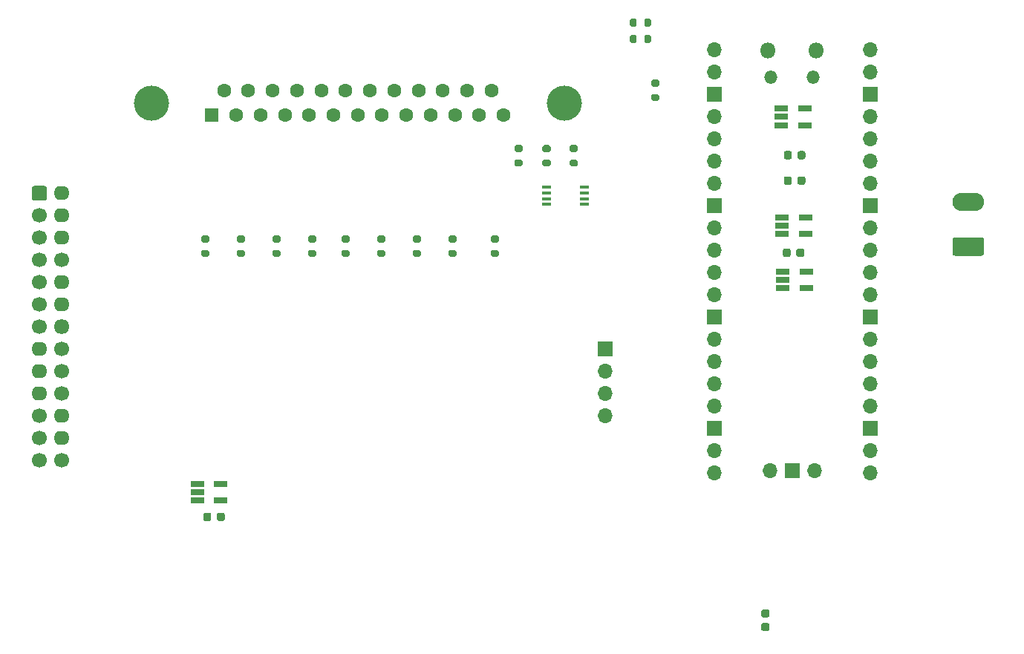
<source format=gbr>
%TF.GenerationSoftware,KiCad,Pcbnew,(5.1.10)-1*%
%TF.CreationDate,2021-08-27T13:44:28+02:00*%
%TF.ProjectId,Pico-profile,5069636f-2d70-4726-9f66-696c652e6b69,rev?*%
%TF.SameCoordinates,Original*%
%TF.FileFunction,Soldermask,Bot*%
%TF.FilePolarity,Negative*%
%FSLAX46Y46*%
G04 Gerber Fmt 4.6, Leading zero omitted, Abs format (unit mm)*
G04 Created by KiCad (PCBNEW (5.1.10)-1) date 2021-08-27 13:44:28*
%MOMM*%
%LPD*%
G01*
G04 APERTURE LIST*
%ADD10O,3.600000X2.080000*%
%ADD11R,1.560000X0.650000*%
%ADD12C,1.700000*%
%ADD13O,1.800000X1.600000*%
%ADD14O,1.800000X1.650000*%
%ADD15C,4.000000*%
%ADD16C,1.600000*%
%ADD17R,1.600000X1.600000*%
%ADD18O,1.700000X1.700000*%
%ADD19R,1.700000X1.700000*%
%ADD20O,1.500000X1.500000*%
%ADD21O,1.800000X1.800000*%
%ADD22R,1.100000X0.400000*%
G04 APERTURE END LIST*
%TO.C,R19*%
G36*
G01*
X176001000Y-64242000D02*
X176551000Y-64242000D01*
G75*
G02*
X176751000Y-64442000I0J-200000D01*
G01*
X176751000Y-64842000D01*
G75*
G02*
X176551000Y-65042000I-200000J0D01*
G01*
X176001000Y-65042000D01*
G75*
G02*
X175801000Y-64842000I0J200000D01*
G01*
X175801000Y-64442000D01*
G75*
G02*
X176001000Y-64242000I200000J0D01*
G01*
G37*
G36*
G01*
X176001000Y-62592000D02*
X176551000Y-62592000D01*
G75*
G02*
X176751000Y-62792000I0J-200000D01*
G01*
X176751000Y-63192000D01*
G75*
G02*
X176551000Y-63392000I-200000J0D01*
G01*
X176001000Y-63392000D01*
G75*
G02*
X175801000Y-63192000I0J200000D01*
G01*
X175801000Y-62792000D01*
G75*
G02*
X176001000Y-62592000I200000J0D01*
G01*
G37*
%TD*%
D10*
%TO.C,J5*%
X211957920Y-76565760D03*
G36*
G01*
X213507921Y-82685760D02*
X210407919Y-82685760D01*
G75*
G02*
X210157920Y-82435761I0J249999D01*
G01*
X210157920Y-80855759D01*
G75*
G02*
X210407919Y-80605760I249999J0D01*
G01*
X213507921Y-80605760D01*
G75*
G02*
X213757920Y-80855759I0J-249999D01*
G01*
X213757920Y-82435761D01*
G75*
G02*
X213507921Y-82685760I-249999J0D01*
G01*
G37*
%TD*%
%TO.C,R14*%
G36*
G01*
X163605800Y-71709600D02*
X164155800Y-71709600D01*
G75*
G02*
X164355800Y-71909600I0J-200000D01*
G01*
X164355800Y-72309600D01*
G75*
G02*
X164155800Y-72509600I-200000J0D01*
G01*
X163605800Y-72509600D01*
G75*
G02*
X163405800Y-72309600I0J200000D01*
G01*
X163405800Y-71909600D01*
G75*
G02*
X163605800Y-71709600I200000J0D01*
G01*
G37*
G36*
G01*
X163605800Y-70059600D02*
X164155800Y-70059600D01*
G75*
G02*
X164355800Y-70259600I0J-200000D01*
G01*
X164355800Y-70659600D01*
G75*
G02*
X164155800Y-70859600I-200000J0D01*
G01*
X163605800Y-70859600D01*
G75*
G02*
X163405800Y-70659600I0J200000D01*
G01*
X163405800Y-70259600D01*
G75*
G02*
X163605800Y-70059600I200000J0D01*
G01*
G37*
%TD*%
D11*
%TO.C,U9*%
X193344800Y-67787600D03*
X193344800Y-65887600D03*
X190644800Y-65887600D03*
X190644800Y-66837600D03*
X190644800Y-67787600D03*
%TD*%
D12*
%TO.C,J1*%
X108585000Y-106045000D03*
D13*
X108585000Y-103505000D03*
X108585000Y-100965000D03*
D12*
X108585000Y-98425000D03*
X108585000Y-95885000D03*
X108585000Y-93345000D03*
D14*
X108585000Y-90805000D03*
D13*
X108585000Y-88265000D03*
X108585000Y-85725000D03*
D12*
X108585000Y-83185000D03*
D13*
X108585000Y-80645000D03*
X108585000Y-78105000D03*
X108585000Y-75565000D03*
D12*
X106045000Y-106045000D03*
X106045000Y-103505000D03*
X106045000Y-100965000D03*
D13*
X106045000Y-98425000D03*
X106045000Y-95885000D03*
X106045000Y-93345000D03*
D12*
X106045000Y-90805000D03*
X106045000Y-88265000D03*
X106045000Y-85725000D03*
X106045000Y-83185000D03*
X106045000Y-80645000D03*
X106045000Y-78105000D03*
G36*
G01*
X105195000Y-76165000D02*
X105195000Y-74965000D01*
G75*
G02*
X105445000Y-74715000I250000J0D01*
G01*
X106645000Y-74715000D01*
G75*
G02*
X106895000Y-74965000I0J-250000D01*
G01*
X106895000Y-76165000D01*
G75*
G02*
X106645000Y-76415000I-250000J0D01*
G01*
X105445000Y-76415000D01*
G75*
G02*
X105195000Y-76165000I0J250000D01*
G01*
G37*
%TD*%
%TO.C,R1*%
G36*
G01*
X160955400Y-70859600D02*
X160405400Y-70859600D01*
G75*
G02*
X160205400Y-70659600I0J200000D01*
G01*
X160205400Y-70259600D01*
G75*
G02*
X160405400Y-70059600I200000J0D01*
G01*
X160955400Y-70059600D01*
G75*
G02*
X161155400Y-70259600I0J-200000D01*
G01*
X161155400Y-70659600D01*
G75*
G02*
X160955400Y-70859600I-200000J0D01*
G01*
G37*
G36*
G01*
X160955400Y-72509600D02*
X160405400Y-72509600D01*
G75*
G02*
X160205400Y-72309600I0J200000D01*
G01*
X160205400Y-71909600D01*
G75*
G02*
X160405400Y-71709600I200000J0D01*
G01*
X160955400Y-71709600D01*
G75*
G02*
X161155400Y-71909600I0J-200000D01*
G01*
X161155400Y-72309600D01*
G75*
G02*
X160955400Y-72509600I-200000J0D01*
G01*
G37*
%TD*%
D11*
%TO.C,U6*%
X193446400Y-80182800D03*
X193446400Y-78282800D03*
X190746400Y-78282800D03*
X190746400Y-79232800D03*
X190746400Y-80182800D03*
%TD*%
%TO.C,R15*%
G36*
G01*
X167254600Y-70859600D02*
X166704600Y-70859600D01*
G75*
G02*
X166504600Y-70659600I0J200000D01*
G01*
X166504600Y-70259600D01*
G75*
G02*
X166704600Y-70059600I200000J0D01*
G01*
X167254600Y-70059600D01*
G75*
G02*
X167454600Y-70259600I0J-200000D01*
G01*
X167454600Y-70659600D01*
G75*
G02*
X167254600Y-70859600I-200000J0D01*
G01*
G37*
G36*
G01*
X167254600Y-72509600D02*
X166704600Y-72509600D01*
G75*
G02*
X166504600Y-72309600I0J200000D01*
G01*
X166504600Y-71909600D01*
G75*
G02*
X166704600Y-71709600I200000J0D01*
G01*
X167254600Y-71709600D01*
G75*
G02*
X167454600Y-71909600I0J-200000D01*
G01*
X167454600Y-72309600D01*
G75*
G02*
X167254600Y-72509600I-200000J0D01*
G01*
G37*
%TD*%
%TO.C,R18*%
G36*
G01*
X174162400Y-55808200D02*
X174162400Y-56358200D01*
G75*
G02*
X173962400Y-56558200I-200000J0D01*
G01*
X173562400Y-56558200D01*
G75*
G02*
X173362400Y-56358200I0J200000D01*
G01*
X173362400Y-55808200D01*
G75*
G02*
X173562400Y-55608200I200000J0D01*
G01*
X173962400Y-55608200D01*
G75*
G02*
X174162400Y-55808200I0J-200000D01*
G01*
G37*
G36*
G01*
X175812400Y-55808200D02*
X175812400Y-56358200D01*
G75*
G02*
X175612400Y-56558200I-200000J0D01*
G01*
X175212400Y-56558200D01*
G75*
G02*
X175012400Y-56358200I0J200000D01*
G01*
X175012400Y-55808200D01*
G75*
G02*
X175212400Y-55608200I200000J0D01*
G01*
X175612400Y-55608200D01*
G75*
G02*
X175812400Y-55808200I0J-200000D01*
G01*
G37*
%TD*%
%TO.C,R17*%
G36*
G01*
X174162400Y-57687800D02*
X174162400Y-58237800D01*
G75*
G02*
X173962400Y-58437800I-200000J0D01*
G01*
X173562400Y-58437800D01*
G75*
G02*
X173362400Y-58237800I0J200000D01*
G01*
X173362400Y-57687800D01*
G75*
G02*
X173562400Y-57487800I200000J0D01*
G01*
X173962400Y-57487800D01*
G75*
G02*
X174162400Y-57687800I0J-200000D01*
G01*
G37*
G36*
G01*
X175812400Y-57687800D02*
X175812400Y-58237800D01*
G75*
G02*
X175612400Y-58437800I-200000J0D01*
G01*
X175212400Y-58437800D01*
G75*
G02*
X175012400Y-58237800I0J200000D01*
G01*
X175012400Y-57687800D01*
G75*
G02*
X175212400Y-57487800I200000J0D01*
G01*
X175612400Y-57487800D01*
G75*
G02*
X175812400Y-57687800I0J-200000D01*
G01*
G37*
%TD*%
%TO.C,R16*%
G36*
G01*
X124693000Y-82022000D02*
X125243000Y-82022000D01*
G75*
G02*
X125443000Y-82222000I0J-200000D01*
G01*
X125443000Y-82622000D01*
G75*
G02*
X125243000Y-82822000I-200000J0D01*
G01*
X124693000Y-82822000D01*
G75*
G02*
X124493000Y-82622000I0J200000D01*
G01*
X124493000Y-82222000D01*
G75*
G02*
X124693000Y-82022000I200000J0D01*
G01*
G37*
G36*
G01*
X124693000Y-80372000D02*
X125243000Y-80372000D01*
G75*
G02*
X125443000Y-80572000I0J-200000D01*
G01*
X125443000Y-80972000D01*
G75*
G02*
X125243000Y-81172000I-200000J0D01*
G01*
X124693000Y-81172000D01*
G75*
G02*
X124493000Y-80972000I0J200000D01*
G01*
X124493000Y-80572000D01*
G75*
G02*
X124693000Y-80372000I200000J0D01*
G01*
G37*
%TD*%
D15*
%TO.C,J2*%
X118800000Y-65255000D03*
X165900000Y-65255000D03*
D16*
X157585000Y-63835000D03*
X154815000Y-63835000D03*
X152045000Y-63835000D03*
X149275000Y-63835000D03*
X146505000Y-63835000D03*
X143735000Y-63835000D03*
X140965000Y-63835000D03*
X138195000Y-63835000D03*
X135425000Y-63835000D03*
X132655000Y-63835000D03*
X129885000Y-63835000D03*
X127115000Y-63835000D03*
X158970000Y-66675000D03*
X156200000Y-66675000D03*
X153430000Y-66675000D03*
X150660000Y-66675000D03*
X147890000Y-66675000D03*
X145120000Y-66675000D03*
X142350000Y-66675000D03*
X139580000Y-66675000D03*
X136810000Y-66675000D03*
X134040000Y-66675000D03*
X131270000Y-66675000D03*
X128500000Y-66675000D03*
D17*
X125730000Y-66675000D03*
%TD*%
D11*
%TO.C,U8*%
X193475600Y-86395600D03*
X193475600Y-84495600D03*
X190775600Y-84495600D03*
X190775600Y-85445600D03*
X190775600Y-86395600D03*
%TD*%
%TO.C,U5*%
X126746000Y-110612000D03*
X126746000Y-108712000D03*
X124046000Y-108712000D03*
X124046000Y-109662000D03*
X124046000Y-110612000D03*
%TD*%
D18*
%TO.C,U7*%
X194411600Y-107212000D03*
D19*
X191871600Y-107212000D03*
D18*
X189331600Y-107212000D03*
D20*
X194296600Y-62342000D03*
X189446600Y-62342000D03*
D21*
X194596600Y-59312000D03*
X189146600Y-59312000D03*
D18*
X200761600Y-59182000D03*
X200761600Y-61722000D03*
D19*
X200761600Y-64262000D03*
D18*
X200761600Y-66802000D03*
X200761600Y-69342000D03*
X200761600Y-71882000D03*
X200761600Y-74422000D03*
D19*
X200761600Y-76962000D03*
D18*
X200761600Y-79502000D03*
X200761600Y-82042000D03*
X200761600Y-84582000D03*
X200761600Y-87122000D03*
D19*
X200761600Y-89662000D03*
D18*
X200761600Y-92202000D03*
X200761600Y-94742000D03*
X200761600Y-97282000D03*
X200761600Y-99822000D03*
D19*
X200761600Y-102362000D03*
D18*
X200761600Y-104902000D03*
X200761600Y-107442000D03*
X182981600Y-107442000D03*
X182981600Y-104902000D03*
D19*
X182981600Y-102362000D03*
D18*
X182981600Y-99822000D03*
X182981600Y-97282000D03*
X182981600Y-94742000D03*
X182981600Y-92202000D03*
D19*
X182981600Y-89662000D03*
D18*
X182981600Y-87122000D03*
X182981600Y-84582000D03*
X182981600Y-82042000D03*
X182981600Y-79502000D03*
D19*
X182981600Y-76962000D03*
D18*
X182981600Y-74422000D03*
X182981600Y-71882000D03*
X182981600Y-69342000D03*
X182981600Y-66802000D03*
D19*
X182981600Y-64262000D03*
D18*
X182981600Y-61722000D03*
X182981600Y-59182000D03*
%TD*%
D22*
%TO.C,U4*%
X163898800Y-74879200D03*
X163898800Y-75529200D03*
X163898800Y-76179200D03*
X163898800Y-76829200D03*
X168198800Y-76829200D03*
X168198800Y-76179200D03*
X168198800Y-75529200D03*
X168198800Y-74879200D03*
%TD*%
%TO.C,R13*%
G36*
G01*
X158263000Y-81172000D02*
X157713000Y-81172000D01*
G75*
G02*
X157513000Y-80972000I0J200000D01*
G01*
X157513000Y-80572000D01*
G75*
G02*
X157713000Y-80372000I200000J0D01*
G01*
X158263000Y-80372000D01*
G75*
G02*
X158463000Y-80572000I0J-200000D01*
G01*
X158463000Y-80972000D01*
G75*
G02*
X158263000Y-81172000I-200000J0D01*
G01*
G37*
G36*
G01*
X158263000Y-82822000D02*
X157713000Y-82822000D01*
G75*
G02*
X157513000Y-82622000I0J200000D01*
G01*
X157513000Y-82222000D01*
G75*
G02*
X157713000Y-82022000I200000J0D01*
G01*
X158263000Y-82022000D01*
G75*
G02*
X158463000Y-82222000I0J-200000D01*
G01*
X158463000Y-82622000D01*
G75*
G02*
X158263000Y-82822000I-200000J0D01*
G01*
G37*
%TD*%
%TO.C,R12*%
G36*
G01*
X153437000Y-81172000D02*
X152887000Y-81172000D01*
G75*
G02*
X152687000Y-80972000I0J200000D01*
G01*
X152687000Y-80572000D01*
G75*
G02*
X152887000Y-80372000I200000J0D01*
G01*
X153437000Y-80372000D01*
G75*
G02*
X153637000Y-80572000I0J-200000D01*
G01*
X153637000Y-80972000D01*
G75*
G02*
X153437000Y-81172000I-200000J0D01*
G01*
G37*
G36*
G01*
X153437000Y-82822000D02*
X152887000Y-82822000D01*
G75*
G02*
X152687000Y-82622000I0J200000D01*
G01*
X152687000Y-82222000D01*
G75*
G02*
X152887000Y-82022000I200000J0D01*
G01*
X153437000Y-82022000D01*
G75*
G02*
X153637000Y-82222000I0J-200000D01*
G01*
X153637000Y-82622000D01*
G75*
G02*
X153437000Y-82822000I-200000J0D01*
G01*
G37*
%TD*%
%TO.C,R11*%
G36*
G01*
X149373000Y-81172000D02*
X148823000Y-81172000D01*
G75*
G02*
X148623000Y-80972000I0J200000D01*
G01*
X148623000Y-80572000D01*
G75*
G02*
X148823000Y-80372000I200000J0D01*
G01*
X149373000Y-80372000D01*
G75*
G02*
X149573000Y-80572000I0J-200000D01*
G01*
X149573000Y-80972000D01*
G75*
G02*
X149373000Y-81172000I-200000J0D01*
G01*
G37*
G36*
G01*
X149373000Y-82822000D02*
X148823000Y-82822000D01*
G75*
G02*
X148623000Y-82622000I0J200000D01*
G01*
X148623000Y-82222000D01*
G75*
G02*
X148823000Y-82022000I200000J0D01*
G01*
X149373000Y-82022000D01*
G75*
G02*
X149573000Y-82222000I0J-200000D01*
G01*
X149573000Y-82622000D01*
G75*
G02*
X149373000Y-82822000I-200000J0D01*
G01*
G37*
%TD*%
%TO.C,R10*%
G36*
G01*
X145309000Y-81172000D02*
X144759000Y-81172000D01*
G75*
G02*
X144559000Y-80972000I0J200000D01*
G01*
X144559000Y-80572000D01*
G75*
G02*
X144759000Y-80372000I200000J0D01*
G01*
X145309000Y-80372000D01*
G75*
G02*
X145509000Y-80572000I0J-200000D01*
G01*
X145509000Y-80972000D01*
G75*
G02*
X145309000Y-81172000I-200000J0D01*
G01*
G37*
G36*
G01*
X145309000Y-82822000D02*
X144759000Y-82822000D01*
G75*
G02*
X144559000Y-82622000I0J200000D01*
G01*
X144559000Y-82222000D01*
G75*
G02*
X144759000Y-82022000I200000J0D01*
G01*
X145309000Y-82022000D01*
G75*
G02*
X145509000Y-82222000I0J-200000D01*
G01*
X145509000Y-82622000D01*
G75*
G02*
X145309000Y-82822000I-200000J0D01*
G01*
G37*
%TD*%
%TO.C,R9*%
G36*
G01*
X141245000Y-81172000D02*
X140695000Y-81172000D01*
G75*
G02*
X140495000Y-80972000I0J200000D01*
G01*
X140495000Y-80572000D01*
G75*
G02*
X140695000Y-80372000I200000J0D01*
G01*
X141245000Y-80372000D01*
G75*
G02*
X141445000Y-80572000I0J-200000D01*
G01*
X141445000Y-80972000D01*
G75*
G02*
X141245000Y-81172000I-200000J0D01*
G01*
G37*
G36*
G01*
X141245000Y-82822000D02*
X140695000Y-82822000D01*
G75*
G02*
X140495000Y-82622000I0J200000D01*
G01*
X140495000Y-82222000D01*
G75*
G02*
X140695000Y-82022000I200000J0D01*
G01*
X141245000Y-82022000D01*
G75*
G02*
X141445000Y-82222000I0J-200000D01*
G01*
X141445000Y-82622000D01*
G75*
G02*
X141245000Y-82822000I-200000J0D01*
G01*
G37*
%TD*%
%TO.C,R8*%
G36*
G01*
X137435000Y-81172000D02*
X136885000Y-81172000D01*
G75*
G02*
X136685000Y-80972000I0J200000D01*
G01*
X136685000Y-80572000D01*
G75*
G02*
X136885000Y-80372000I200000J0D01*
G01*
X137435000Y-80372000D01*
G75*
G02*
X137635000Y-80572000I0J-200000D01*
G01*
X137635000Y-80972000D01*
G75*
G02*
X137435000Y-81172000I-200000J0D01*
G01*
G37*
G36*
G01*
X137435000Y-82822000D02*
X136885000Y-82822000D01*
G75*
G02*
X136685000Y-82622000I0J200000D01*
G01*
X136685000Y-82222000D01*
G75*
G02*
X136885000Y-82022000I200000J0D01*
G01*
X137435000Y-82022000D01*
G75*
G02*
X137635000Y-82222000I0J-200000D01*
G01*
X137635000Y-82622000D01*
G75*
G02*
X137435000Y-82822000I-200000J0D01*
G01*
G37*
%TD*%
%TO.C,R7*%
G36*
G01*
X133371000Y-81172000D02*
X132821000Y-81172000D01*
G75*
G02*
X132621000Y-80972000I0J200000D01*
G01*
X132621000Y-80572000D01*
G75*
G02*
X132821000Y-80372000I200000J0D01*
G01*
X133371000Y-80372000D01*
G75*
G02*
X133571000Y-80572000I0J-200000D01*
G01*
X133571000Y-80972000D01*
G75*
G02*
X133371000Y-81172000I-200000J0D01*
G01*
G37*
G36*
G01*
X133371000Y-82822000D02*
X132821000Y-82822000D01*
G75*
G02*
X132621000Y-82622000I0J200000D01*
G01*
X132621000Y-82222000D01*
G75*
G02*
X132821000Y-82022000I200000J0D01*
G01*
X133371000Y-82022000D01*
G75*
G02*
X133571000Y-82222000I0J-200000D01*
G01*
X133571000Y-82622000D01*
G75*
G02*
X133371000Y-82822000I-200000J0D01*
G01*
G37*
%TD*%
%TO.C,R6*%
G36*
G01*
X129307000Y-81172000D02*
X128757000Y-81172000D01*
G75*
G02*
X128557000Y-80972000I0J200000D01*
G01*
X128557000Y-80572000D01*
G75*
G02*
X128757000Y-80372000I200000J0D01*
G01*
X129307000Y-80372000D01*
G75*
G02*
X129507000Y-80572000I0J-200000D01*
G01*
X129507000Y-80972000D01*
G75*
G02*
X129307000Y-81172000I-200000J0D01*
G01*
G37*
G36*
G01*
X129307000Y-82822000D02*
X128757000Y-82822000D01*
G75*
G02*
X128557000Y-82622000I0J200000D01*
G01*
X128557000Y-82222000D01*
G75*
G02*
X128757000Y-82022000I200000J0D01*
G01*
X129307000Y-82022000D01*
G75*
G02*
X129507000Y-82222000I0J-200000D01*
G01*
X129507000Y-82622000D01*
G75*
G02*
X129307000Y-82822000I-200000J0D01*
G01*
G37*
%TD*%
D18*
%TO.C,J4*%
X170535600Y-100888800D03*
X170535600Y-98348800D03*
X170535600Y-95808800D03*
D19*
X170535600Y-93268800D03*
%TD*%
%TO.C,C8*%
G36*
G01*
X191838400Y-73867200D02*
X191838400Y-74367200D01*
G75*
G02*
X191613400Y-74592200I-225000J0D01*
G01*
X191163400Y-74592200D01*
G75*
G02*
X190938400Y-74367200I0J225000D01*
G01*
X190938400Y-73867200D01*
G75*
G02*
X191163400Y-73642200I225000J0D01*
G01*
X191613400Y-73642200D01*
G75*
G02*
X191838400Y-73867200I0J-225000D01*
G01*
G37*
G36*
G01*
X193388400Y-73867200D02*
X193388400Y-74367200D01*
G75*
G02*
X193163400Y-74592200I-225000J0D01*
G01*
X192713400Y-74592200D01*
G75*
G02*
X192488400Y-74367200I0J225000D01*
G01*
X192488400Y-73867200D01*
G75*
G02*
X192713400Y-73642200I225000J0D01*
G01*
X193163400Y-73642200D01*
G75*
G02*
X193388400Y-73867200I0J-225000D01*
G01*
G37*
%TD*%
%TO.C,C7*%
G36*
G01*
X191712000Y-82096800D02*
X191712000Y-82596800D01*
G75*
G02*
X191487000Y-82821800I-225000J0D01*
G01*
X191037000Y-82821800D01*
G75*
G02*
X190812000Y-82596800I0J225000D01*
G01*
X190812000Y-82096800D01*
G75*
G02*
X191037000Y-81871800I225000J0D01*
G01*
X191487000Y-81871800D01*
G75*
G02*
X191712000Y-82096800I0J-225000D01*
G01*
G37*
G36*
G01*
X193262000Y-82096800D02*
X193262000Y-82596800D01*
G75*
G02*
X193037000Y-82821800I-225000J0D01*
G01*
X192587000Y-82821800D01*
G75*
G02*
X192362000Y-82596800I0J225000D01*
G01*
X192362000Y-82096800D01*
G75*
G02*
X192587000Y-81871800I225000J0D01*
G01*
X193037000Y-81871800D01*
G75*
G02*
X193262000Y-82096800I0J-225000D01*
G01*
G37*
%TD*%
%TO.C,C5*%
G36*
G01*
X191838400Y-70971600D02*
X191838400Y-71471600D01*
G75*
G02*
X191613400Y-71696600I-225000J0D01*
G01*
X191163400Y-71696600D01*
G75*
G02*
X190938400Y-71471600I0J225000D01*
G01*
X190938400Y-70971600D01*
G75*
G02*
X191163400Y-70746600I225000J0D01*
G01*
X191613400Y-70746600D01*
G75*
G02*
X191838400Y-70971600I0J-225000D01*
G01*
G37*
G36*
G01*
X193388400Y-70971600D02*
X193388400Y-71471600D01*
G75*
G02*
X193163400Y-71696600I-225000J0D01*
G01*
X192713400Y-71696600D01*
G75*
G02*
X192488400Y-71471600I0J225000D01*
G01*
X192488400Y-70971600D01*
G75*
G02*
X192713400Y-70746600I225000J0D01*
G01*
X193163400Y-70746600D01*
G75*
G02*
X193388400Y-70971600I0J-225000D01*
G01*
G37*
%TD*%
%TO.C,C4*%
G36*
G01*
X188573600Y-124581800D02*
X189073600Y-124581800D01*
G75*
G02*
X189298600Y-124806800I0J-225000D01*
G01*
X189298600Y-125256800D01*
G75*
G02*
X189073600Y-125481800I-225000J0D01*
G01*
X188573600Y-125481800D01*
G75*
G02*
X188348600Y-125256800I0J225000D01*
G01*
X188348600Y-124806800D01*
G75*
G02*
X188573600Y-124581800I225000J0D01*
G01*
G37*
G36*
G01*
X188573600Y-123031800D02*
X189073600Y-123031800D01*
G75*
G02*
X189298600Y-123256800I0J-225000D01*
G01*
X189298600Y-123706800D01*
G75*
G02*
X189073600Y-123931800I-225000J0D01*
G01*
X188573600Y-123931800D01*
G75*
G02*
X188348600Y-123706800I0J225000D01*
G01*
X188348600Y-123256800D01*
G75*
G02*
X188573600Y-123031800I225000J0D01*
G01*
G37*
%TD*%
%TO.C,C2*%
G36*
G01*
X125646000Y-112221200D02*
X125646000Y-112721200D01*
G75*
G02*
X125421000Y-112946200I-225000J0D01*
G01*
X124971000Y-112946200D01*
G75*
G02*
X124746000Y-112721200I0J225000D01*
G01*
X124746000Y-112221200D01*
G75*
G02*
X124971000Y-111996200I225000J0D01*
G01*
X125421000Y-111996200D01*
G75*
G02*
X125646000Y-112221200I0J-225000D01*
G01*
G37*
G36*
G01*
X127196000Y-112221200D02*
X127196000Y-112721200D01*
G75*
G02*
X126971000Y-112946200I-225000J0D01*
G01*
X126521000Y-112946200D01*
G75*
G02*
X126296000Y-112721200I0J225000D01*
G01*
X126296000Y-112221200D01*
G75*
G02*
X126521000Y-111996200I225000J0D01*
G01*
X126971000Y-111996200D01*
G75*
G02*
X127196000Y-112221200I0J-225000D01*
G01*
G37*
%TD*%
M02*

</source>
